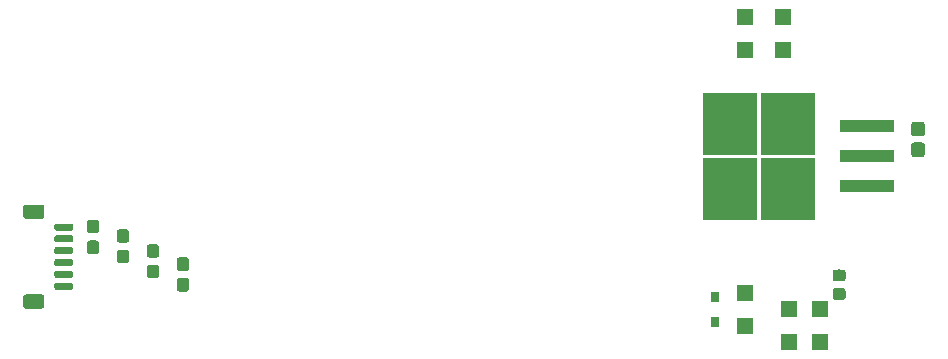
<source format=gbr>
G04 #@! TF.GenerationSoftware,KiCad,Pcbnew,5.1.4+dfsg1-1*
G04 #@! TF.CreationDate,2019-12-03T12:49:09+09:00*
G04 #@! TF.ProjectId,Drone,44726f6e-652e-46b6-9963-61645f706362,rev?*
G04 #@! TF.SameCoordinates,Original*
G04 #@! TF.FileFunction,Paste,Bot*
G04 #@! TF.FilePolarity,Positive*
%FSLAX46Y46*%
G04 Gerber Fmt 4.6, Leading zero omitted, Abs format (unit mm)*
G04 Created by KiCad (PCBNEW 5.1.4+dfsg1-1) date 2019-12-03 12:49:09*
%MOMM*%
%LPD*%
G04 APERTURE LIST*
%ADD10C,0.100000*%
%ADD11C,1.050000*%
%ADD12R,4.550000X5.250000*%
%ADD13R,4.600000X1.100000*%
%ADD14C,1.000000*%
%ADD15R,1.400000X1.400000*%
%ADD16C,0.600000*%
%ADD17C,1.200000*%
%ADD18R,0.700000X0.900000*%
%ADD19C,1.150000*%
G04 APERTURE END LIST*
D10*
G36*
X103793229Y-104201264D02*
G01*
X103818711Y-104205044D01*
X103843700Y-104211303D01*
X103867954Y-104219982D01*
X103891242Y-104230996D01*
X103913337Y-104244239D01*
X103934028Y-104259585D01*
X103953116Y-104276884D01*
X103970415Y-104295972D01*
X103985761Y-104316663D01*
X103999004Y-104338758D01*
X104010018Y-104362046D01*
X104018697Y-104386300D01*
X104024956Y-104411289D01*
X104028736Y-104436771D01*
X104030000Y-104462500D01*
X104030000Y-105087500D01*
X104028736Y-105113229D01*
X104024956Y-105138711D01*
X104018697Y-105163700D01*
X104010018Y-105187954D01*
X103999004Y-105211242D01*
X103985761Y-105233337D01*
X103970415Y-105254028D01*
X103953116Y-105273116D01*
X103934028Y-105290415D01*
X103913337Y-105305761D01*
X103891242Y-105319004D01*
X103867954Y-105330018D01*
X103843700Y-105338697D01*
X103818711Y-105344956D01*
X103793229Y-105348736D01*
X103767500Y-105350000D01*
X103242500Y-105350000D01*
X103216771Y-105348736D01*
X103191289Y-105344956D01*
X103166300Y-105338697D01*
X103142046Y-105330018D01*
X103118758Y-105319004D01*
X103096663Y-105305761D01*
X103075972Y-105290415D01*
X103056884Y-105273116D01*
X103039585Y-105254028D01*
X103024239Y-105233337D01*
X103010996Y-105211242D01*
X102999982Y-105187954D01*
X102991303Y-105163700D01*
X102985044Y-105138711D01*
X102981264Y-105113229D01*
X102980000Y-105087500D01*
X102980000Y-104462500D01*
X102981264Y-104436771D01*
X102985044Y-104411289D01*
X102991303Y-104386300D01*
X102999982Y-104362046D01*
X103010996Y-104338758D01*
X103024239Y-104316663D01*
X103039585Y-104295972D01*
X103056884Y-104276884D01*
X103075972Y-104259585D01*
X103096663Y-104244239D01*
X103118758Y-104230996D01*
X103142046Y-104219982D01*
X103166300Y-104211303D01*
X103191289Y-104205044D01*
X103216771Y-104201264D01*
X103242500Y-104200000D01*
X103767500Y-104200000D01*
X103793229Y-104201264D01*
X103793229Y-104201264D01*
G37*
D11*
X103505000Y-104775000D03*
D10*
G36*
X103793229Y-102451264D02*
G01*
X103818711Y-102455044D01*
X103843700Y-102461303D01*
X103867954Y-102469982D01*
X103891242Y-102480996D01*
X103913337Y-102494239D01*
X103934028Y-102509585D01*
X103953116Y-102526884D01*
X103970415Y-102545972D01*
X103985761Y-102566663D01*
X103999004Y-102588758D01*
X104010018Y-102612046D01*
X104018697Y-102636300D01*
X104024956Y-102661289D01*
X104028736Y-102686771D01*
X104030000Y-102712500D01*
X104030000Y-103337500D01*
X104028736Y-103363229D01*
X104024956Y-103388711D01*
X104018697Y-103413700D01*
X104010018Y-103437954D01*
X103999004Y-103461242D01*
X103985761Y-103483337D01*
X103970415Y-103504028D01*
X103953116Y-103523116D01*
X103934028Y-103540415D01*
X103913337Y-103555761D01*
X103891242Y-103569004D01*
X103867954Y-103580018D01*
X103843700Y-103588697D01*
X103818711Y-103594956D01*
X103793229Y-103598736D01*
X103767500Y-103600000D01*
X103242500Y-103600000D01*
X103216771Y-103598736D01*
X103191289Y-103594956D01*
X103166300Y-103588697D01*
X103142046Y-103580018D01*
X103118758Y-103569004D01*
X103096663Y-103555761D01*
X103075972Y-103540415D01*
X103056884Y-103523116D01*
X103039585Y-103504028D01*
X103024239Y-103483337D01*
X103010996Y-103461242D01*
X102999982Y-103437954D01*
X102991303Y-103413700D01*
X102985044Y-103388711D01*
X102981264Y-103363229D01*
X102980000Y-103337500D01*
X102980000Y-102712500D01*
X102981264Y-102686771D01*
X102985044Y-102661289D01*
X102991303Y-102636300D01*
X102999982Y-102612046D01*
X103010996Y-102588758D01*
X103024239Y-102566663D01*
X103039585Y-102545972D01*
X103056884Y-102526884D01*
X103075972Y-102509585D01*
X103096663Y-102494239D01*
X103118758Y-102480996D01*
X103142046Y-102469982D01*
X103166300Y-102461303D01*
X103191289Y-102455044D01*
X103216771Y-102451264D01*
X103242500Y-102450000D01*
X103767500Y-102450000D01*
X103793229Y-102451264D01*
X103793229Y-102451264D01*
G37*
D11*
X103505000Y-103025000D03*
D10*
G36*
X106333229Y-103566264D02*
G01*
X106358711Y-103570044D01*
X106383700Y-103576303D01*
X106407954Y-103584982D01*
X106431242Y-103595996D01*
X106453337Y-103609239D01*
X106474028Y-103624585D01*
X106493116Y-103641884D01*
X106510415Y-103660972D01*
X106525761Y-103681663D01*
X106539004Y-103703758D01*
X106550018Y-103727046D01*
X106558697Y-103751300D01*
X106564956Y-103776289D01*
X106568736Y-103801771D01*
X106570000Y-103827500D01*
X106570000Y-104452500D01*
X106568736Y-104478229D01*
X106564956Y-104503711D01*
X106558697Y-104528700D01*
X106550018Y-104552954D01*
X106539004Y-104576242D01*
X106525761Y-104598337D01*
X106510415Y-104619028D01*
X106493116Y-104638116D01*
X106474028Y-104655415D01*
X106453337Y-104670761D01*
X106431242Y-104684004D01*
X106407954Y-104695018D01*
X106383700Y-104703697D01*
X106358711Y-104709956D01*
X106333229Y-104713736D01*
X106307500Y-104715000D01*
X105782500Y-104715000D01*
X105756771Y-104713736D01*
X105731289Y-104709956D01*
X105706300Y-104703697D01*
X105682046Y-104695018D01*
X105658758Y-104684004D01*
X105636663Y-104670761D01*
X105615972Y-104655415D01*
X105596884Y-104638116D01*
X105579585Y-104619028D01*
X105564239Y-104598337D01*
X105550996Y-104576242D01*
X105539982Y-104552954D01*
X105531303Y-104528700D01*
X105525044Y-104503711D01*
X105521264Y-104478229D01*
X105520000Y-104452500D01*
X105520000Y-103827500D01*
X105521264Y-103801771D01*
X105525044Y-103776289D01*
X105531303Y-103751300D01*
X105539982Y-103727046D01*
X105550996Y-103703758D01*
X105564239Y-103681663D01*
X105579585Y-103660972D01*
X105596884Y-103641884D01*
X105615972Y-103624585D01*
X105636663Y-103609239D01*
X105658758Y-103595996D01*
X105682046Y-103584982D01*
X105706300Y-103576303D01*
X105731289Y-103570044D01*
X105756771Y-103566264D01*
X105782500Y-103565000D01*
X106307500Y-103565000D01*
X106333229Y-103566264D01*
X106333229Y-103566264D01*
G37*
D11*
X106045000Y-104140000D03*
D10*
G36*
X106333229Y-105316264D02*
G01*
X106358711Y-105320044D01*
X106383700Y-105326303D01*
X106407954Y-105334982D01*
X106431242Y-105345996D01*
X106453337Y-105359239D01*
X106474028Y-105374585D01*
X106493116Y-105391884D01*
X106510415Y-105410972D01*
X106525761Y-105431663D01*
X106539004Y-105453758D01*
X106550018Y-105477046D01*
X106558697Y-105501300D01*
X106564956Y-105526289D01*
X106568736Y-105551771D01*
X106570000Y-105577500D01*
X106570000Y-106202500D01*
X106568736Y-106228229D01*
X106564956Y-106253711D01*
X106558697Y-106278700D01*
X106550018Y-106302954D01*
X106539004Y-106326242D01*
X106525761Y-106348337D01*
X106510415Y-106369028D01*
X106493116Y-106388116D01*
X106474028Y-106405415D01*
X106453337Y-106420761D01*
X106431242Y-106434004D01*
X106407954Y-106445018D01*
X106383700Y-106453697D01*
X106358711Y-106459956D01*
X106333229Y-106463736D01*
X106307500Y-106465000D01*
X105782500Y-106465000D01*
X105756771Y-106463736D01*
X105731289Y-106459956D01*
X105706300Y-106453697D01*
X105682046Y-106445018D01*
X105658758Y-106434004D01*
X105636663Y-106420761D01*
X105615972Y-106405415D01*
X105596884Y-106388116D01*
X105579585Y-106369028D01*
X105564239Y-106348337D01*
X105550996Y-106326242D01*
X105539982Y-106302954D01*
X105531303Y-106278700D01*
X105525044Y-106253711D01*
X105521264Y-106228229D01*
X105520000Y-106202500D01*
X105520000Y-105577500D01*
X105521264Y-105551771D01*
X105525044Y-105526289D01*
X105531303Y-105501300D01*
X105539982Y-105477046D01*
X105550996Y-105453758D01*
X105564239Y-105431663D01*
X105579585Y-105410972D01*
X105596884Y-105391884D01*
X105615972Y-105374585D01*
X105636663Y-105359239D01*
X105658758Y-105345996D01*
X105682046Y-105334982D01*
X105706300Y-105326303D01*
X105731289Y-105320044D01*
X105756771Y-105316264D01*
X105782500Y-105315000D01*
X106307500Y-105315000D01*
X106333229Y-105316264D01*
X106333229Y-105316264D01*
G37*
D11*
X106045000Y-105890000D03*
D12*
X157250000Y-97790000D03*
X152400000Y-92240000D03*
X157250000Y-92240000D03*
X152400000Y-97790000D03*
D13*
X163975000Y-97555000D03*
X163975000Y-95015000D03*
X163975000Y-92475000D03*
D10*
G36*
X161919504Y-106181204D02*
G01*
X161943773Y-106184804D01*
X161967571Y-106190765D01*
X161990671Y-106199030D01*
X162012849Y-106209520D01*
X162033893Y-106222133D01*
X162053598Y-106236747D01*
X162071777Y-106253223D01*
X162088253Y-106271402D01*
X162102867Y-106291107D01*
X162115480Y-106312151D01*
X162125970Y-106334329D01*
X162134235Y-106357429D01*
X162140196Y-106381227D01*
X162143796Y-106405496D01*
X162145000Y-106430000D01*
X162145000Y-106930000D01*
X162143796Y-106954504D01*
X162140196Y-106978773D01*
X162134235Y-107002571D01*
X162125970Y-107025671D01*
X162115480Y-107047849D01*
X162102867Y-107068893D01*
X162088253Y-107088598D01*
X162071777Y-107106777D01*
X162053598Y-107123253D01*
X162033893Y-107137867D01*
X162012849Y-107150480D01*
X161990671Y-107160970D01*
X161967571Y-107169235D01*
X161943773Y-107175196D01*
X161919504Y-107178796D01*
X161895000Y-107180000D01*
X161295000Y-107180000D01*
X161270496Y-107178796D01*
X161246227Y-107175196D01*
X161222429Y-107169235D01*
X161199329Y-107160970D01*
X161177151Y-107150480D01*
X161156107Y-107137867D01*
X161136402Y-107123253D01*
X161118223Y-107106777D01*
X161101747Y-107088598D01*
X161087133Y-107068893D01*
X161074520Y-107047849D01*
X161064030Y-107025671D01*
X161055765Y-107002571D01*
X161049804Y-106978773D01*
X161046204Y-106954504D01*
X161045000Y-106930000D01*
X161045000Y-106430000D01*
X161046204Y-106405496D01*
X161049804Y-106381227D01*
X161055765Y-106357429D01*
X161064030Y-106334329D01*
X161074520Y-106312151D01*
X161087133Y-106291107D01*
X161101747Y-106271402D01*
X161118223Y-106253223D01*
X161136402Y-106236747D01*
X161156107Y-106222133D01*
X161177151Y-106209520D01*
X161199329Y-106199030D01*
X161222429Y-106190765D01*
X161246227Y-106184804D01*
X161270496Y-106181204D01*
X161295000Y-106180000D01*
X161895000Y-106180000D01*
X161919504Y-106181204D01*
X161919504Y-106181204D01*
G37*
D14*
X161595000Y-106680000D03*
D10*
G36*
X161919504Y-104606204D02*
G01*
X161943773Y-104609804D01*
X161967571Y-104615765D01*
X161990671Y-104624030D01*
X162012849Y-104634520D01*
X162033893Y-104647133D01*
X162053598Y-104661747D01*
X162071777Y-104678223D01*
X162088253Y-104696402D01*
X162102867Y-104716107D01*
X162115480Y-104737151D01*
X162125970Y-104759329D01*
X162134235Y-104782429D01*
X162140196Y-104806227D01*
X162143796Y-104830496D01*
X162145000Y-104855000D01*
X162145000Y-105355000D01*
X162143796Y-105379504D01*
X162140196Y-105403773D01*
X162134235Y-105427571D01*
X162125970Y-105450671D01*
X162115480Y-105472849D01*
X162102867Y-105493893D01*
X162088253Y-105513598D01*
X162071777Y-105531777D01*
X162053598Y-105548253D01*
X162033893Y-105562867D01*
X162012849Y-105575480D01*
X161990671Y-105585970D01*
X161967571Y-105594235D01*
X161943773Y-105600196D01*
X161919504Y-105603796D01*
X161895000Y-105605000D01*
X161295000Y-105605000D01*
X161270496Y-105603796D01*
X161246227Y-105600196D01*
X161222429Y-105594235D01*
X161199329Y-105585970D01*
X161177151Y-105575480D01*
X161156107Y-105562867D01*
X161136402Y-105548253D01*
X161118223Y-105531777D01*
X161101747Y-105513598D01*
X161087133Y-105493893D01*
X161074520Y-105472849D01*
X161064030Y-105450671D01*
X161055765Y-105427571D01*
X161049804Y-105403773D01*
X161046204Y-105379504D01*
X161045000Y-105355000D01*
X161045000Y-104855000D01*
X161046204Y-104830496D01*
X161049804Y-104806227D01*
X161055765Y-104782429D01*
X161064030Y-104759329D01*
X161074520Y-104737151D01*
X161087133Y-104716107D01*
X161101747Y-104696402D01*
X161118223Y-104678223D01*
X161136402Y-104661747D01*
X161156107Y-104647133D01*
X161177151Y-104634520D01*
X161199329Y-104624030D01*
X161222429Y-104615765D01*
X161246227Y-104609804D01*
X161270496Y-104606204D01*
X161295000Y-104605000D01*
X161895000Y-104605000D01*
X161919504Y-104606204D01*
X161919504Y-104606204D01*
G37*
D14*
X161595000Y-105105000D03*
D15*
X160020000Y-107950000D03*
X160020000Y-110750000D03*
X157350000Y-110750000D03*
X157350000Y-107950000D03*
D10*
G36*
X96579703Y-100705722D02*
G01*
X96594264Y-100707882D01*
X96608543Y-100711459D01*
X96622403Y-100716418D01*
X96635710Y-100722712D01*
X96648336Y-100730280D01*
X96660159Y-100739048D01*
X96671066Y-100748934D01*
X96680952Y-100759841D01*
X96689720Y-100771664D01*
X96697288Y-100784290D01*
X96703582Y-100797597D01*
X96708541Y-100811457D01*
X96712118Y-100825736D01*
X96714278Y-100840297D01*
X96715000Y-100855000D01*
X96715000Y-101155000D01*
X96714278Y-101169703D01*
X96712118Y-101184264D01*
X96708541Y-101198543D01*
X96703582Y-101212403D01*
X96697288Y-101225710D01*
X96689720Y-101238336D01*
X96680952Y-101250159D01*
X96671066Y-101261066D01*
X96660159Y-101270952D01*
X96648336Y-101279720D01*
X96635710Y-101287288D01*
X96622403Y-101293582D01*
X96608543Y-101298541D01*
X96594264Y-101302118D01*
X96579703Y-101304278D01*
X96565000Y-101305000D01*
X95315000Y-101305000D01*
X95300297Y-101304278D01*
X95285736Y-101302118D01*
X95271457Y-101298541D01*
X95257597Y-101293582D01*
X95244290Y-101287288D01*
X95231664Y-101279720D01*
X95219841Y-101270952D01*
X95208934Y-101261066D01*
X95199048Y-101250159D01*
X95190280Y-101238336D01*
X95182712Y-101225710D01*
X95176418Y-101212403D01*
X95171459Y-101198543D01*
X95167882Y-101184264D01*
X95165722Y-101169703D01*
X95165000Y-101155000D01*
X95165000Y-100855000D01*
X95165722Y-100840297D01*
X95167882Y-100825736D01*
X95171459Y-100811457D01*
X95176418Y-100797597D01*
X95182712Y-100784290D01*
X95190280Y-100771664D01*
X95199048Y-100759841D01*
X95208934Y-100748934D01*
X95219841Y-100739048D01*
X95231664Y-100730280D01*
X95244290Y-100722712D01*
X95257597Y-100716418D01*
X95271457Y-100711459D01*
X95285736Y-100707882D01*
X95300297Y-100705722D01*
X95315000Y-100705000D01*
X96565000Y-100705000D01*
X96579703Y-100705722D01*
X96579703Y-100705722D01*
G37*
D16*
X95940000Y-101005000D03*
D10*
G36*
X96579703Y-101705722D02*
G01*
X96594264Y-101707882D01*
X96608543Y-101711459D01*
X96622403Y-101716418D01*
X96635710Y-101722712D01*
X96648336Y-101730280D01*
X96660159Y-101739048D01*
X96671066Y-101748934D01*
X96680952Y-101759841D01*
X96689720Y-101771664D01*
X96697288Y-101784290D01*
X96703582Y-101797597D01*
X96708541Y-101811457D01*
X96712118Y-101825736D01*
X96714278Y-101840297D01*
X96715000Y-101855000D01*
X96715000Y-102155000D01*
X96714278Y-102169703D01*
X96712118Y-102184264D01*
X96708541Y-102198543D01*
X96703582Y-102212403D01*
X96697288Y-102225710D01*
X96689720Y-102238336D01*
X96680952Y-102250159D01*
X96671066Y-102261066D01*
X96660159Y-102270952D01*
X96648336Y-102279720D01*
X96635710Y-102287288D01*
X96622403Y-102293582D01*
X96608543Y-102298541D01*
X96594264Y-102302118D01*
X96579703Y-102304278D01*
X96565000Y-102305000D01*
X95315000Y-102305000D01*
X95300297Y-102304278D01*
X95285736Y-102302118D01*
X95271457Y-102298541D01*
X95257597Y-102293582D01*
X95244290Y-102287288D01*
X95231664Y-102279720D01*
X95219841Y-102270952D01*
X95208934Y-102261066D01*
X95199048Y-102250159D01*
X95190280Y-102238336D01*
X95182712Y-102225710D01*
X95176418Y-102212403D01*
X95171459Y-102198543D01*
X95167882Y-102184264D01*
X95165722Y-102169703D01*
X95165000Y-102155000D01*
X95165000Y-101855000D01*
X95165722Y-101840297D01*
X95167882Y-101825736D01*
X95171459Y-101811457D01*
X95176418Y-101797597D01*
X95182712Y-101784290D01*
X95190280Y-101771664D01*
X95199048Y-101759841D01*
X95208934Y-101748934D01*
X95219841Y-101739048D01*
X95231664Y-101730280D01*
X95244290Y-101722712D01*
X95257597Y-101716418D01*
X95271457Y-101711459D01*
X95285736Y-101707882D01*
X95300297Y-101705722D01*
X95315000Y-101705000D01*
X96565000Y-101705000D01*
X96579703Y-101705722D01*
X96579703Y-101705722D01*
G37*
D16*
X95940000Y-102005000D03*
D10*
G36*
X96579703Y-102705722D02*
G01*
X96594264Y-102707882D01*
X96608543Y-102711459D01*
X96622403Y-102716418D01*
X96635710Y-102722712D01*
X96648336Y-102730280D01*
X96660159Y-102739048D01*
X96671066Y-102748934D01*
X96680952Y-102759841D01*
X96689720Y-102771664D01*
X96697288Y-102784290D01*
X96703582Y-102797597D01*
X96708541Y-102811457D01*
X96712118Y-102825736D01*
X96714278Y-102840297D01*
X96715000Y-102855000D01*
X96715000Y-103155000D01*
X96714278Y-103169703D01*
X96712118Y-103184264D01*
X96708541Y-103198543D01*
X96703582Y-103212403D01*
X96697288Y-103225710D01*
X96689720Y-103238336D01*
X96680952Y-103250159D01*
X96671066Y-103261066D01*
X96660159Y-103270952D01*
X96648336Y-103279720D01*
X96635710Y-103287288D01*
X96622403Y-103293582D01*
X96608543Y-103298541D01*
X96594264Y-103302118D01*
X96579703Y-103304278D01*
X96565000Y-103305000D01*
X95315000Y-103305000D01*
X95300297Y-103304278D01*
X95285736Y-103302118D01*
X95271457Y-103298541D01*
X95257597Y-103293582D01*
X95244290Y-103287288D01*
X95231664Y-103279720D01*
X95219841Y-103270952D01*
X95208934Y-103261066D01*
X95199048Y-103250159D01*
X95190280Y-103238336D01*
X95182712Y-103225710D01*
X95176418Y-103212403D01*
X95171459Y-103198543D01*
X95167882Y-103184264D01*
X95165722Y-103169703D01*
X95165000Y-103155000D01*
X95165000Y-102855000D01*
X95165722Y-102840297D01*
X95167882Y-102825736D01*
X95171459Y-102811457D01*
X95176418Y-102797597D01*
X95182712Y-102784290D01*
X95190280Y-102771664D01*
X95199048Y-102759841D01*
X95208934Y-102748934D01*
X95219841Y-102739048D01*
X95231664Y-102730280D01*
X95244290Y-102722712D01*
X95257597Y-102716418D01*
X95271457Y-102711459D01*
X95285736Y-102707882D01*
X95300297Y-102705722D01*
X95315000Y-102705000D01*
X96565000Y-102705000D01*
X96579703Y-102705722D01*
X96579703Y-102705722D01*
G37*
D16*
X95940000Y-103005000D03*
D10*
G36*
X96579703Y-103705722D02*
G01*
X96594264Y-103707882D01*
X96608543Y-103711459D01*
X96622403Y-103716418D01*
X96635710Y-103722712D01*
X96648336Y-103730280D01*
X96660159Y-103739048D01*
X96671066Y-103748934D01*
X96680952Y-103759841D01*
X96689720Y-103771664D01*
X96697288Y-103784290D01*
X96703582Y-103797597D01*
X96708541Y-103811457D01*
X96712118Y-103825736D01*
X96714278Y-103840297D01*
X96715000Y-103855000D01*
X96715000Y-104155000D01*
X96714278Y-104169703D01*
X96712118Y-104184264D01*
X96708541Y-104198543D01*
X96703582Y-104212403D01*
X96697288Y-104225710D01*
X96689720Y-104238336D01*
X96680952Y-104250159D01*
X96671066Y-104261066D01*
X96660159Y-104270952D01*
X96648336Y-104279720D01*
X96635710Y-104287288D01*
X96622403Y-104293582D01*
X96608543Y-104298541D01*
X96594264Y-104302118D01*
X96579703Y-104304278D01*
X96565000Y-104305000D01*
X95315000Y-104305000D01*
X95300297Y-104304278D01*
X95285736Y-104302118D01*
X95271457Y-104298541D01*
X95257597Y-104293582D01*
X95244290Y-104287288D01*
X95231664Y-104279720D01*
X95219841Y-104270952D01*
X95208934Y-104261066D01*
X95199048Y-104250159D01*
X95190280Y-104238336D01*
X95182712Y-104225710D01*
X95176418Y-104212403D01*
X95171459Y-104198543D01*
X95167882Y-104184264D01*
X95165722Y-104169703D01*
X95165000Y-104155000D01*
X95165000Y-103855000D01*
X95165722Y-103840297D01*
X95167882Y-103825736D01*
X95171459Y-103811457D01*
X95176418Y-103797597D01*
X95182712Y-103784290D01*
X95190280Y-103771664D01*
X95199048Y-103759841D01*
X95208934Y-103748934D01*
X95219841Y-103739048D01*
X95231664Y-103730280D01*
X95244290Y-103722712D01*
X95257597Y-103716418D01*
X95271457Y-103711459D01*
X95285736Y-103707882D01*
X95300297Y-103705722D01*
X95315000Y-103705000D01*
X96565000Y-103705000D01*
X96579703Y-103705722D01*
X96579703Y-103705722D01*
G37*
D16*
X95940000Y-104005000D03*
D10*
G36*
X96579703Y-104705722D02*
G01*
X96594264Y-104707882D01*
X96608543Y-104711459D01*
X96622403Y-104716418D01*
X96635710Y-104722712D01*
X96648336Y-104730280D01*
X96660159Y-104739048D01*
X96671066Y-104748934D01*
X96680952Y-104759841D01*
X96689720Y-104771664D01*
X96697288Y-104784290D01*
X96703582Y-104797597D01*
X96708541Y-104811457D01*
X96712118Y-104825736D01*
X96714278Y-104840297D01*
X96715000Y-104855000D01*
X96715000Y-105155000D01*
X96714278Y-105169703D01*
X96712118Y-105184264D01*
X96708541Y-105198543D01*
X96703582Y-105212403D01*
X96697288Y-105225710D01*
X96689720Y-105238336D01*
X96680952Y-105250159D01*
X96671066Y-105261066D01*
X96660159Y-105270952D01*
X96648336Y-105279720D01*
X96635710Y-105287288D01*
X96622403Y-105293582D01*
X96608543Y-105298541D01*
X96594264Y-105302118D01*
X96579703Y-105304278D01*
X96565000Y-105305000D01*
X95315000Y-105305000D01*
X95300297Y-105304278D01*
X95285736Y-105302118D01*
X95271457Y-105298541D01*
X95257597Y-105293582D01*
X95244290Y-105287288D01*
X95231664Y-105279720D01*
X95219841Y-105270952D01*
X95208934Y-105261066D01*
X95199048Y-105250159D01*
X95190280Y-105238336D01*
X95182712Y-105225710D01*
X95176418Y-105212403D01*
X95171459Y-105198543D01*
X95167882Y-105184264D01*
X95165722Y-105169703D01*
X95165000Y-105155000D01*
X95165000Y-104855000D01*
X95165722Y-104840297D01*
X95167882Y-104825736D01*
X95171459Y-104811457D01*
X95176418Y-104797597D01*
X95182712Y-104784290D01*
X95190280Y-104771664D01*
X95199048Y-104759841D01*
X95208934Y-104748934D01*
X95219841Y-104739048D01*
X95231664Y-104730280D01*
X95244290Y-104722712D01*
X95257597Y-104716418D01*
X95271457Y-104711459D01*
X95285736Y-104707882D01*
X95300297Y-104705722D01*
X95315000Y-104705000D01*
X96565000Y-104705000D01*
X96579703Y-104705722D01*
X96579703Y-104705722D01*
G37*
D16*
X95940000Y-105005000D03*
D10*
G36*
X96579703Y-105705722D02*
G01*
X96594264Y-105707882D01*
X96608543Y-105711459D01*
X96622403Y-105716418D01*
X96635710Y-105722712D01*
X96648336Y-105730280D01*
X96660159Y-105739048D01*
X96671066Y-105748934D01*
X96680952Y-105759841D01*
X96689720Y-105771664D01*
X96697288Y-105784290D01*
X96703582Y-105797597D01*
X96708541Y-105811457D01*
X96712118Y-105825736D01*
X96714278Y-105840297D01*
X96715000Y-105855000D01*
X96715000Y-106155000D01*
X96714278Y-106169703D01*
X96712118Y-106184264D01*
X96708541Y-106198543D01*
X96703582Y-106212403D01*
X96697288Y-106225710D01*
X96689720Y-106238336D01*
X96680952Y-106250159D01*
X96671066Y-106261066D01*
X96660159Y-106270952D01*
X96648336Y-106279720D01*
X96635710Y-106287288D01*
X96622403Y-106293582D01*
X96608543Y-106298541D01*
X96594264Y-106302118D01*
X96579703Y-106304278D01*
X96565000Y-106305000D01*
X95315000Y-106305000D01*
X95300297Y-106304278D01*
X95285736Y-106302118D01*
X95271457Y-106298541D01*
X95257597Y-106293582D01*
X95244290Y-106287288D01*
X95231664Y-106279720D01*
X95219841Y-106270952D01*
X95208934Y-106261066D01*
X95199048Y-106250159D01*
X95190280Y-106238336D01*
X95182712Y-106225710D01*
X95176418Y-106212403D01*
X95171459Y-106198543D01*
X95167882Y-106184264D01*
X95165722Y-106169703D01*
X95165000Y-106155000D01*
X95165000Y-105855000D01*
X95165722Y-105840297D01*
X95167882Y-105825736D01*
X95171459Y-105811457D01*
X95176418Y-105797597D01*
X95182712Y-105784290D01*
X95190280Y-105771664D01*
X95199048Y-105759841D01*
X95208934Y-105748934D01*
X95219841Y-105739048D01*
X95231664Y-105730280D01*
X95244290Y-105722712D01*
X95257597Y-105716418D01*
X95271457Y-105711459D01*
X95285736Y-105707882D01*
X95300297Y-105705722D01*
X95315000Y-105705000D01*
X96565000Y-105705000D01*
X96579703Y-105705722D01*
X96579703Y-105705722D01*
G37*
D16*
X95940000Y-106005000D03*
D10*
G36*
X94089505Y-99106204D02*
G01*
X94113773Y-99109804D01*
X94137572Y-99115765D01*
X94160671Y-99124030D01*
X94182850Y-99134520D01*
X94203893Y-99147132D01*
X94223599Y-99161747D01*
X94241777Y-99178223D01*
X94258253Y-99196401D01*
X94272868Y-99216107D01*
X94285480Y-99237150D01*
X94295970Y-99259329D01*
X94304235Y-99282428D01*
X94310196Y-99306227D01*
X94313796Y-99330495D01*
X94315000Y-99354999D01*
X94315000Y-100055001D01*
X94313796Y-100079505D01*
X94310196Y-100103773D01*
X94304235Y-100127572D01*
X94295970Y-100150671D01*
X94285480Y-100172850D01*
X94272868Y-100193893D01*
X94258253Y-100213599D01*
X94241777Y-100231777D01*
X94223599Y-100248253D01*
X94203893Y-100262868D01*
X94182850Y-100275480D01*
X94160671Y-100285970D01*
X94137572Y-100294235D01*
X94113773Y-100300196D01*
X94089505Y-100303796D01*
X94065001Y-100305000D01*
X92764999Y-100305000D01*
X92740495Y-100303796D01*
X92716227Y-100300196D01*
X92692428Y-100294235D01*
X92669329Y-100285970D01*
X92647150Y-100275480D01*
X92626107Y-100262868D01*
X92606401Y-100248253D01*
X92588223Y-100231777D01*
X92571747Y-100213599D01*
X92557132Y-100193893D01*
X92544520Y-100172850D01*
X92534030Y-100150671D01*
X92525765Y-100127572D01*
X92519804Y-100103773D01*
X92516204Y-100079505D01*
X92515000Y-100055001D01*
X92515000Y-99354999D01*
X92516204Y-99330495D01*
X92519804Y-99306227D01*
X92525765Y-99282428D01*
X92534030Y-99259329D01*
X92544520Y-99237150D01*
X92557132Y-99216107D01*
X92571747Y-99196401D01*
X92588223Y-99178223D01*
X92606401Y-99161747D01*
X92626107Y-99147132D01*
X92647150Y-99134520D01*
X92669329Y-99124030D01*
X92692428Y-99115765D01*
X92716227Y-99109804D01*
X92740495Y-99106204D01*
X92764999Y-99105000D01*
X94065001Y-99105000D01*
X94089505Y-99106204D01*
X94089505Y-99106204D01*
G37*
D17*
X93415000Y-99705000D03*
D10*
G36*
X94089505Y-106706204D02*
G01*
X94113773Y-106709804D01*
X94137572Y-106715765D01*
X94160671Y-106724030D01*
X94182850Y-106734520D01*
X94203893Y-106747132D01*
X94223599Y-106761747D01*
X94241777Y-106778223D01*
X94258253Y-106796401D01*
X94272868Y-106816107D01*
X94285480Y-106837150D01*
X94295970Y-106859329D01*
X94304235Y-106882428D01*
X94310196Y-106906227D01*
X94313796Y-106930495D01*
X94315000Y-106954999D01*
X94315000Y-107655001D01*
X94313796Y-107679505D01*
X94310196Y-107703773D01*
X94304235Y-107727572D01*
X94295970Y-107750671D01*
X94285480Y-107772850D01*
X94272868Y-107793893D01*
X94258253Y-107813599D01*
X94241777Y-107831777D01*
X94223599Y-107848253D01*
X94203893Y-107862868D01*
X94182850Y-107875480D01*
X94160671Y-107885970D01*
X94137572Y-107894235D01*
X94113773Y-107900196D01*
X94089505Y-107903796D01*
X94065001Y-107905000D01*
X92764999Y-107905000D01*
X92740495Y-107903796D01*
X92716227Y-107900196D01*
X92692428Y-107894235D01*
X92669329Y-107885970D01*
X92647150Y-107875480D01*
X92626107Y-107862868D01*
X92606401Y-107848253D01*
X92588223Y-107831777D01*
X92571747Y-107813599D01*
X92557132Y-107793893D01*
X92544520Y-107772850D01*
X92534030Y-107750671D01*
X92525765Y-107727572D01*
X92519804Y-107703773D01*
X92516204Y-107679505D01*
X92515000Y-107655001D01*
X92515000Y-106954999D01*
X92516204Y-106930495D01*
X92519804Y-106906227D01*
X92525765Y-106882428D01*
X92534030Y-106859329D01*
X92544520Y-106837150D01*
X92557132Y-106816107D01*
X92571747Y-106796401D01*
X92588223Y-106778223D01*
X92606401Y-106761747D01*
X92626107Y-106747132D01*
X92647150Y-106734520D01*
X92669329Y-106724030D01*
X92692428Y-106715765D01*
X92716227Y-106709804D01*
X92740495Y-106706204D01*
X92764999Y-106705000D01*
X94065001Y-106705000D01*
X94089505Y-106706204D01*
X94089505Y-106706204D01*
G37*
D17*
X93415000Y-107305000D03*
D15*
X153670000Y-83185000D03*
X153670000Y-85985000D03*
X156845000Y-83185000D03*
X156845000Y-85985000D03*
X153670000Y-106550000D03*
X153670000Y-109350000D03*
D18*
X151130000Y-109000000D03*
X151130000Y-106900000D03*
D10*
G36*
X168590680Y-92086384D02*
G01*
X168618588Y-92090524D01*
X168645957Y-92097380D01*
X168672521Y-92106885D01*
X168698027Y-92118948D01*
X168722226Y-92133452D01*
X168744888Y-92150259D01*
X168765793Y-92169207D01*
X168784741Y-92190112D01*
X168801548Y-92212774D01*
X168816052Y-92236973D01*
X168828115Y-92262479D01*
X168837620Y-92289043D01*
X168844476Y-92316412D01*
X168848616Y-92344320D01*
X168850000Y-92372500D01*
X168850000Y-93047500D01*
X168848616Y-93075680D01*
X168844476Y-93103588D01*
X168837620Y-93130957D01*
X168828115Y-93157521D01*
X168816052Y-93183027D01*
X168801548Y-93207226D01*
X168784741Y-93229888D01*
X168765793Y-93250793D01*
X168744888Y-93269741D01*
X168722226Y-93286548D01*
X168698027Y-93301052D01*
X168672521Y-93313115D01*
X168645957Y-93322620D01*
X168618588Y-93329476D01*
X168590680Y-93333616D01*
X168562500Y-93335000D01*
X167987500Y-93335000D01*
X167959320Y-93333616D01*
X167931412Y-93329476D01*
X167904043Y-93322620D01*
X167877479Y-93313115D01*
X167851973Y-93301052D01*
X167827774Y-93286548D01*
X167805112Y-93269741D01*
X167784207Y-93250793D01*
X167765259Y-93229888D01*
X167748452Y-93207226D01*
X167733948Y-93183027D01*
X167721885Y-93157521D01*
X167712380Y-93130957D01*
X167705524Y-93103588D01*
X167701384Y-93075680D01*
X167700000Y-93047500D01*
X167700000Y-92372500D01*
X167701384Y-92344320D01*
X167705524Y-92316412D01*
X167712380Y-92289043D01*
X167721885Y-92262479D01*
X167733948Y-92236973D01*
X167748452Y-92212774D01*
X167765259Y-92190112D01*
X167784207Y-92169207D01*
X167805112Y-92150259D01*
X167827774Y-92133452D01*
X167851973Y-92118948D01*
X167877479Y-92106885D01*
X167904043Y-92097380D01*
X167931412Y-92090524D01*
X167959320Y-92086384D01*
X167987500Y-92085000D01*
X168562500Y-92085000D01*
X168590680Y-92086384D01*
X168590680Y-92086384D01*
G37*
D19*
X168275000Y-92710000D03*
D10*
G36*
X168590680Y-93836384D02*
G01*
X168618588Y-93840524D01*
X168645957Y-93847380D01*
X168672521Y-93856885D01*
X168698027Y-93868948D01*
X168722226Y-93883452D01*
X168744888Y-93900259D01*
X168765793Y-93919207D01*
X168784741Y-93940112D01*
X168801548Y-93962774D01*
X168816052Y-93986973D01*
X168828115Y-94012479D01*
X168837620Y-94039043D01*
X168844476Y-94066412D01*
X168848616Y-94094320D01*
X168850000Y-94122500D01*
X168850000Y-94797500D01*
X168848616Y-94825680D01*
X168844476Y-94853588D01*
X168837620Y-94880957D01*
X168828115Y-94907521D01*
X168816052Y-94933027D01*
X168801548Y-94957226D01*
X168784741Y-94979888D01*
X168765793Y-95000793D01*
X168744888Y-95019741D01*
X168722226Y-95036548D01*
X168698027Y-95051052D01*
X168672521Y-95063115D01*
X168645957Y-95072620D01*
X168618588Y-95079476D01*
X168590680Y-95083616D01*
X168562500Y-95085000D01*
X167987500Y-95085000D01*
X167959320Y-95083616D01*
X167931412Y-95079476D01*
X167904043Y-95072620D01*
X167877479Y-95063115D01*
X167851973Y-95051052D01*
X167827774Y-95036548D01*
X167805112Y-95019741D01*
X167784207Y-95000793D01*
X167765259Y-94979888D01*
X167748452Y-94957226D01*
X167733948Y-94933027D01*
X167721885Y-94907521D01*
X167712380Y-94880957D01*
X167705524Y-94853588D01*
X167701384Y-94825680D01*
X167700000Y-94797500D01*
X167700000Y-94122500D01*
X167701384Y-94094320D01*
X167705524Y-94066412D01*
X167712380Y-94039043D01*
X167721885Y-94012479D01*
X167733948Y-93986973D01*
X167748452Y-93962774D01*
X167765259Y-93940112D01*
X167784207Y-93919207D01*
X167805112Y-93900259D01*
X167827774Y-93883452D01*
X167851973Y-93868948D01*
X167877479Y-93856885D01*
X167904043Y-93847380D01*
X167931412Y-93840524D01*
X167959320Y-93836384D01*
X167987500Y-93835000D01*
X168562500Y-93835000D01*
X168590680Y-93836384D01*
X168590680Y-93836384D01*
G37*
D19*
X168275000Y-94460000D03*
D10*
G36*
X98713229Y-100391264D02*
G01*
X98738711Y-100395044D01*
X98763700Y-100401303D01*
X98787954Y-100409982D01*
X98811242Y-100420996D01*
X98833337Y-100434239D01*
X98854028Y-100449585D01*
X98873116Y-100466884D01*
X98890415Y-100485972D01*
X98905761Y-100506663D01*
X98919004Y-100528758D01*
X98930018Y-100552046D01*
X98938697Y-100576300D01*
X98944956Y-100601289D01*
X98948736Y-100626771D01*
X98950000Y-100652500D01*
X98950000Y-101277500D01*
X98948736Y-101303229D01*
X98944956Y-101328711D01*
X98938697Y-101353700D01*
X98930018Y-101377954D01*
X98919004Y-101401242D01*
X98905761Y-101423337D01*
X98890415Y-101444028D01*
X98873116Y-101463116D01*
X98854028Y-101480415D01*
X98833337Y-101495761D01*
X98811242Y-101509004D01*
X98787954Y-101520018D01*
X98763700Y-101528697D01*
X98738711Y-101534956D01*
X98713229Y-101538736D01*
X98687500Y-101540000D01*
X98162500Y-101540000D01*
X98136771Y-101538736D01*
X98111289Y-101534956D01*
X98086300Y-101528697D01*
X98062046Y-101520018D01*
X98038758Y-101509004D01*
X98016663Y-101495761D01*
X97995972Y-101480415D01*
X97976884Y-101463116D01*
X97959585Y-101444028D01*
X97944239Y-101423337D01*
X97930996Y-101401242D01*
X97919982Y-101377954D01*
X97911303Y-101353700D01*
X97905044Y-101328711D01*
X97901264Y-101303229D01*
X97900000Y-101277500D01*
X97900000Y-100652500D01*
X97901264Y-100626771D01*
X97905044Y-100601289D01*
X97911303Y-100576300D01*
X97919982Y-100552046D01*
X97930996Y-100528758D01*
X97944239Y-100506663D01*
X97959585Y-100485972D01*
X97976884Y-100466884D01*
X97995972Y-100449585D01*
X98016663Y-100434239D01*
X98038758Y-100420996D01*
X98062046Y-100409982D01*
X98086300Y-100401303D01*
X98111289Y-100395044D01*
X98136771Y-100391264D01*
X98162500Y-100390000D01*
X98687500Y-100390000D01*
X98713229Y-100391264D01*
X98713229Y-100391264D01*
G37*
D11*
X98425000Y-100965000D03*
D10*
G36*
X98713229Y-102141264D02*
G01*
X98738711Y-102145044D01*
X98763700Y-102151303D01*
X98787954Y-102159982D01*
X98811242Y-102170996D01*
X98833337Y-102184239D01*
X98854028Y-102199585D01*
X98873116Y-102216884D01*
X98890415Y-102235972D01*
X98905761Y-102256663D01*
X98919004Y-102278758D01*
X98930018Y-102302046D01*
X98938697Y-102326300D01*
X98944956Y-102351289D01*
X98948736Y-102376771D01*
X98950000Y-102402500D01*
X98950000Y-103027500D01*
X98948736Y-103053229D01*
X98944956Y-103078711D01*
X98938697Y-103103700D01*
X98930018Y-103127954D01*
X98919004Y-103151242D01*
X98905761Y-103173337D01*
X98890415Y-103194028D01*
X98873116Y-103213116D01*
X98854028Y-103230415D01*
X98833337Y-103245761D01*
X98811242Y-103259004D01*
X98787954Y-103270018D01*
X98763700Y-103278697D01*
X98738711Y-103284956D01*
X98713229Y-103288736D01*
X98687500Y-103290000D01*
X98162500Y-103290000D01*
X98136771Y-103288736D01*
X98111289Y-103284956D01*
X98086300Y-103278697D01*
X98062046Y-103270018D01*
X98038758Y-103259004D01*
X98016663Y-103245761D01*
X97995972Y-103230415D01*
X97976884Y-103213116D01*
X97959585Y-103194028D01*
X97944239Y-103173337D01*
X97930996Y-103151242D01*
X97919982Y-103127954D01*
X97911303Y-103103700D01*
X97905044Y-103078711D01*
X97901264Y-103053229D01*
X97900000Y-103027500D01*
X97900000Y-102402500D01*
X97901264Y-102376771D01*
X97905044Y-102351289D01*
X97911303Y-102326300D01*
X97919982Y-102302046D01*
X97930996Y-102278758D01*
X97944239Y-102256663D01*
X97959585Y-102235972D01*
X97976884Y-102216884D01*
X97995972Y-102199585D01*
X98016663Y-102184239D01*
X98038758Y-102170996D01*
X98062046Y-102159982D01*
X98086300Y-102151303D01*
X98111289Y-102145044D01*
X98136771Y-102141264D01*
X98162500Y-102140000D01*
X98687500Y-102140000D01*
X98713229Y-102141264D01*
X98713229Y-102141264D01*
G37*
D11*
X98425000Y-102715000D03*
D10*
G36*
X101253229Y-102931264D02*
G01*
X101278711Y-102935044D01*
X101303700Y-102941303D01*
X101327954Y-102949982D01*
X101351242Y-102960996D01*
X101373337Y-102974239D01*
X101394028Y-102989585D01*
X101413116Y-103006884D01*
X101430415Y-103025972D01*
X101445761Y-103046663D01*
X101459004Y-103068758D01*
X101470018Y-103092046D01*
X101478697Y-103116300D01*
X101484956Y-103141289D01*
X101488736Y-103166771D01*
X101490000Y-103192500D01*
X101490000Y-103817500D01*
X101488736Y-103843229D01*
X101484956Y-103868711D01*
X101478697Y-103893700D01*
X101470018Y-103917954D01*
X101459004Y-103941242D01*
X101445761Y-103963337D01*
X101430415Y-103984028D01*
X101413116Y-104003116D01*
X101394028Y-104020415D01*
X101373337Y-104035761D01*
X101351242Y-104049004D01*
X101327954Y-104060018D01*
X101303700Y-104068697D01*
X101278711Y-104074956D01*
X101253229Y-104078736D01*
X101227500Y-104080000D01*
X100702500Y-104080000D01*
X100676771Y-104078736D01*
X100651289Y-104074956D01*
X100626300Y-104068697D01*
X100602046Y-104060018D01*
X100578758Y-104049004D01*
X100556663Y-104035761D01*
X100535972Y-104020415D01*
X100516884Y-104003116D01*
X100499585Y-103984028D01*
X100484239Y-103963337D01*
X100470996Y-103941242D01*
X100459982Y-103917954D01*
X100451303Y-103893700D01*
X100445044Y-103868711D01*
X100441264Y-103843229D01*
X100440000Y-103817500D01*
X100440000Y-103192500D01*
X100441264Y-103166771D01*
X100445044Y-103141289D01*
X100451303Y-103116300D01*
X100459982Y-103092046D01*
X100470996Y-103068758D01*
X100484239Y-103046663D01*
X100499585Y-103025972D01*
X100516884Y-103006884D01*
X100535972Y-102989585D01*
X100556663Y-102974239D01*
X100578758Y-102960996D01*
X100602046Y-102949982D01*
X100626300Y-102941303D01*
X100651289Y-102935044D01*
X100676771Y-102931264D01*
X100702500Y-102930000D01*
X101227500Y-102930000D01*
X101253229Y-102931264D01*
X101253229Y-102931264D01*
G37*
D11*
X100965000Y-103505000D03*
D10*
G36*
X101253229Y-101181264D02*
G01*
X101278711Y-101185044D01*
X101303700Y-101191303D01*
X101327954Y-101199982D01*
X101351242Y-101210996D01*
X101373337Y-101224239D01*
X101394028Y-101239585D01*
X101413116Y-101256884D01*
X101430415Y-101275972D01*
X101445761Y-101296663D01*
X101459004Y-101318758D01*
X101470018Y-101342046D01*
X101478697Y-101366300D01*
X101484956Y-101391289D01*
X101488736Y-101416771D01*
X101490000Y-101442500D01*
X101490000Y-102067500D01*
X101488736Y-102093229D01*
X101484956Y-102118711D01*
X101478697Y-102143700D01*
X101470018Y-102167954D01*
X101459004Y-102191242D01*
X101445761Y-102213337D01*
X101430415Y-102234028D01*
X101413116Y-102253116D01*
X101394028Y-102270415D01*
X101373337Y-102285761D01*
X101351242Y-102299004D01*
X101327954Y-102310018D01*
X101303700Y-102318697D01*
X101278711Y-102324956D01*
X101253229Y-102328736D01*
X101227500Y-102330000D01*
X100702500Y-102330000D01*
X100676771Y-102328736D01*
X100651289Y-102324956D01*
X100626300Y-102318697D01*
X100602046Y-102310018D01*
X100578758Y-102299004D01*
X100556663Y-102285761D01*
X100535972Y-102270415D01*
X100516884Y-102253116D01*
X100499585Y-102234028D01*
X100484239Y-102213337D01*
X100470996Y-102191242D01*
X100459982Y-102167954D01*
X100451303Y-102143700D01*
X100445044Y-102118711D01*
X100441264Y-102093229D01*
X100440000Y-102067500D01*
X100440000Y-101442500D01*
X100441264Y-101416771D01*
X100445044Y-101391289D01*
X100451303Y-101366300D01*
X100459982Y-101342046D01*
X100470996Y-101318758D01*
X100484239Y-101296663D01*
X100499585Y-101275972D01*
X100516884Y-101256884D01*
X100535972Y-101239585D01*
X100556663Y-101224239D01*
X100578758Y-101210996D01*
X100602046Y-101199982D01*
X100626300Y-101191303D01*
X100651289Y-101185044D01*
X100676771Y-101181264D01*
X100702500Y-101180000D01*
X101227500Y-101180000D01*
X101253229Y-101181264D01*
X101253229Y-101181264D01*
G37*
D11*
X100965000Y-101755000D03*
M02*

</source>
